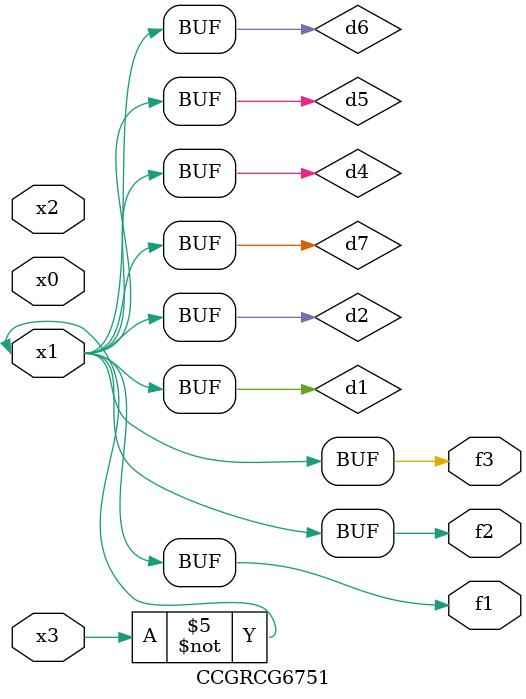
<source format=v>
module CCGRCG6751(
	input x0, x1, x2, x3,
	output f1, f2, f3
);

	wire d1, d2, d3, d4, d5, d6, d7;

	not (d1, x3);
	buf (d2, x1);
	xnor (d3, d1, d2);
	nor (d4, d1);
	buf (d5, d1, d2);
	buf (d6, d4, d5);
	nand (d7, d4);
	assign f1 = d6;
	assign f2 = d7;
	assign f3 = d6;
endmodule

</source>
